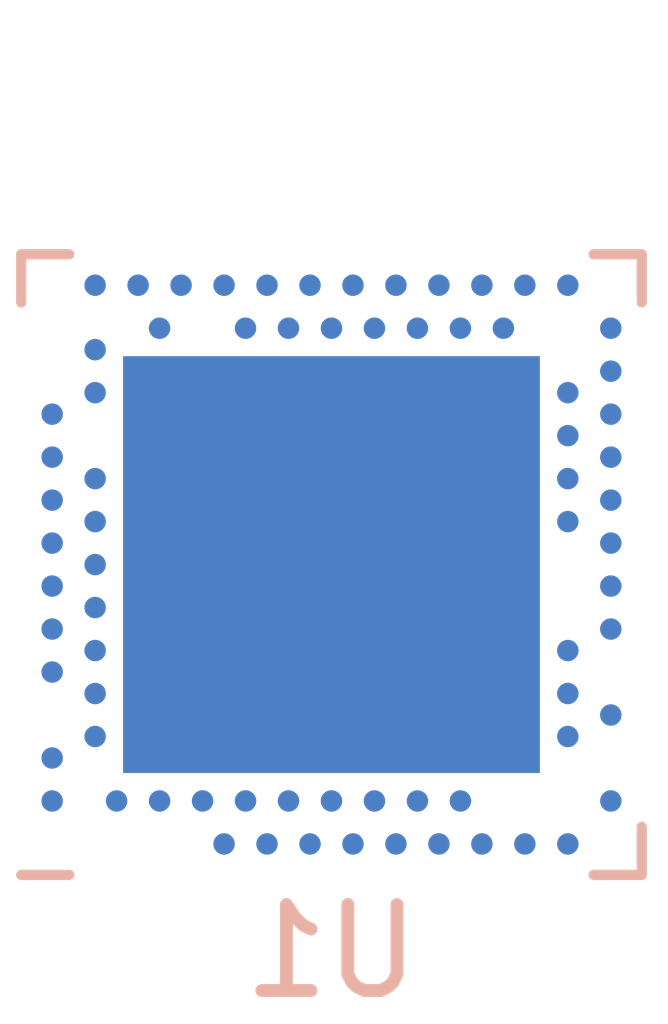
<source format=kicad_pcb>
(kicad_pcb (version 20171130) (host pcbnew "(5.1.10)-1")

  (general
    (thickness 1.6)
    (drawings 0)
    (tracks 0)
    (zones 0)
    (modules 1)
    (nets 70)
  )

  (page A4)
  (layers
    (0 F.Cu signal)
    (31 B.Cu signal)
    (32 B.Adhes user)
    (33 F.Adhes user)
    (34 B.Paste user)
    (35 F.Paste user)
    (36 B.SilkS user)
    (37 F.SilkS user)
    (38 B.Mask user)
    (39 F.Mask user)
    (40 Dwgs.User user)
    (41 Cmts.User user)
    (42 Eco1.User user)
    (43 Eco2.User user)
    (44 Edge.Cuts user)
    (45 Margin user)
    (46 B.CrtYd user)
    (47 F.CrtYd user)
    (48 B.Fab user)
    (49 F.Fab user)
  )

  (setup
    (last_trace_width 0.2)
    (trace_clearance 0.2)
    (zone_clearance 0.508)
    (zone_45_only no)
    (trace_min 0.2)
    (via_size 0.8)
    (via_drill 0.4)
    (via_min_size 0.4)
    (via_min_drill 0.3)
    (uvia_size 0.3)
    (uvia_drill 0.1)
    (uvias_allowed no)
    (uvia_min_size 0.2)
    (uvia_min_drill 0.1)
    (edge_width 0.05)
    (segment_width 0.2)
    (pcb_text_width 0.3)
    (pcb_text_size 1.5 1.5)
    (mod_edge_width 0.12)
    (mod_text_size 1 1)
    (mod_text_width 0.15)
    (pad_size 1.524 1.524)
    (pad_drill 0.762)
    (pad_to_mask_clearance 0)
    (aux_axis_origin 0 0)
    (visible_elements FFFFFF7F)
    (pcbplotparams
      (layerselection 0x010fc_ffffffff)
      (usegerberextensions false)
      (usegerberattributes true)
      (usegerberadvancedattributes true)
      (creategerberjobfile true)
      (excludeedgelayer true)
      (linewidth 0.100000)
      (plotframeref false)
      (viasonmask false)
      (mode 1)
      (useauxorigin false)
      (hpglpennumber 1)
      (hpglpenspeed 20)
      (hpglpendiameter 15.000000)
      (psnegative false)
      (psa4output false)
      (plotreference true)
      (plotvalue true)
      (plotinvisibletext false)
      (padsonsilk false)
      (subtractmaskfromsilk false)
      (outputformat 1)
      (mirror false)
      (drillshape 1)
      (scaleselection 1)
      (outputdirectory ""))
  )

  (net 0 "")
  (net 1 "Net-(U1-PadAC24)")
  (net 2 "Net-(U1-PadAA24)")
  (net 3 "Net-(U1-PadW24)")
  (net 4 "Net-(U1-PadU24)")
  (net 5 "Net-(U1-PadR24)")
  (net 6 "Net-(U1-PadN24)")
  (net 7 "Net-(U1-PadL24)")
  (net 8 "Net-(U1-PadJ24)")
  (net 9 "Net-(U1-PadE24)")
  (net 10 "Net-(U1-PadY23)")
  (net 11 "Net-(U1-PadV23)")
  (net 12 "Net-(U1-PadT23)")
  (net 13 "Net-(U1-PadP23)")
  (net 14 "Net-(U1-PadH23)")
  (net 15 "Net-(U1-PadF23)")
  (net 16 "Net-(U1-PadA23)")
  (net 17 "Net-(U1-PadA22)")
  (net 18 "Net-(U1-PadA20)")
  (net 19 "Net-(U1-PadA18)")
  (net 20 "Net-(U1-PadA16)")
  (net 21 "Net-(U1-PadA14)")
  (net 22 "Net-(U1-PadA12)")
  (net 23 "Net-(U1-PadA10)")
  (net 24 "Net-(U1-PadB19)")
  (net 25 "Net-(U1-PadB17)")
  (net 26 "Net-(U1-PadB15)")
  (net 27 "Net-(U1-PadB13)")
  (net 28 "Net-(U1-PadB11)")
  (net 29 "Net-(U1-PadB9)")
  (net 30 "Net-(U1-PadB7)")
  (net 31 "Net-(U1-PadB5)")
  (net 32 "Net-(U1-PadAC5)")
  (net 33 "Net-(U1-PadAC9)")
  (net 34 "Net-(U1-PadAC11)")
  (net 35 "Net-(U1-PadAC13)")
  (net 36 "Net-(U1-PadAC15)")
  (net 37 "Net-(U1-PadAC17)")
  (net 38 "Net-(U1-PadAC19)")
  (net 39 "Net-(U1-PadAD22)")
  (net 40 "Net-(U1-PadAD20)")
  (net 41 "Net-(U1-PadAD18)")
  (net 42 "Net-(U1-PadAD16)")
  (net 43 "Net-(U1-PadAD12)")
  (net 44 "Net-(U1-PadAD10)")
  (net 45 "Net-(U1-PadAD8)")
  (net 46 "Net-(U1-PadAD6)")
  (net 47 "Net-(U1-PadAD4)")
  (net 48 "Net-(U1-PadD2)")
  (net 49 "Net-(U1-PadC1)")
  (net 50 "Net-(U1-PadF2)")
  (net 51 "Net-(U1-PadH2)")
  (net 52 "Net-(U1-PadK2)")
  (net 53 "Net-(U1-PadM2)")
  (net 54 "Net-(U1-PadP2)")
  (net 55 "Net-(U1-PadT2)")
  (net 56 "Net-(U1-PadG1)")
  (net 57 "Net-(U1-PadJ1)")
  (net 58 "Net-(U1-PadL1)")
  (net 59 "Net-(U1-PadN1)")
  (net 60 "Net-(U1-PadR1)")
  (net 61 "Net-(U1-PadU1)")
  (net 62 "Net-(U1-PadY2)")
  (net 63 "Net-(U1-PadAB2)")
  (net 64 "Net-(U1-PadAD2)")
  (net 65 "Net-(U1-PadAC21)")
  (net 66 "Net-(U1-PadB3)")
  (net 67 "Net-(U1-PadA8)")
  (net 68 "Net-(U1-PadD23)")
  (net 69 "Net-(U1-PadB24)")

  (net_class Default "This is the default net class."
    (clearance 0.2)
    (trace_width 0.2)
    (via_dia 0.8)
    (via_drill 0.4)
    (uvia_dia 0.3)
    (uvia_drill 0.1)
    (add_net "Net-(U1-PadA10)")
    (add_net "Net-(U1-PadA12)")
    (add_net "Net-(U1-PadA14)")
    (add_net "Net-(U1-PadA16)")
    (add_net "Net-(U1-PadA18)")
    (add_net "Net-(U1-PadA20)")
    (add_net "Net-(U1-PadA22)")
    (add_net "Net-(U1-PadA23)")
    (add_net "Net-(U1-PadA8)")
    (add_net "Net-(U1-PadAA24)")
    (add_net "Net-(U1-PadAB2)")
    (add_net "Net-(U1-PadAC11)")
    (add_net "Net-(U1-PadAC13)")
    (add_net "Net-(U1-PadAC15)")
    (add_net "Net-(U1-PadAC17)")
    (add_net "Net-(U1-PadAC19)")
    (add_net "Net-(U1-PadAC21)")
    (add_net "Net-(U1-PadAC24)")
    (add_net "Net-(U1-PadAC5)")
    (add_net "Net-(U1-PadAC9)")
    (add_net "Net-(U1-PadAD10)")
    (add_net "Net-(U1-PadAD12)")
    (add_net "Net-(U1-PadAD16)")
    (add_net "Net-(U1-PadAD18)")
    (add_net "Net-(U1-PadAD2)")
    (add_net "Net-(U1-PadAD20)")
    (add_net "Net-(U1-PadAD22)")
    (add_net "Net-(U1-PadAD4)")
    (add_net "Net-(U1-PadAD6)")
    (add_net "Net-(U1-PadAD8)")
    (add_net "Net-(U1-PadB11)")
    (add_net "Net-(U1-PadB13)")
    (add_net "Net-(U1-PadB15)")
    (add_net "Net-(U1-PadB17)")
    (add_net "Net-(U1-PadB19)")
    (add_net "Net-(U1-PadB24)")
    (add_net "Net-(U1-PadB3)")
    (add_net "Net-(U1-PadB5)")
    (add_net "Net-(U1-PadB7)")
    (add_net "Net-(U1-PadB9)")
    (add_net "Net-(U1-PadC1)")
    (add_net "Net-(U1-PadD2)")
    (add_net "Net-(U1-PadD23)")
    (add_net "Net-(U1-PadE24)")
    (add_net "Net-(U1-PadF2)")
    (add_net "Net-(U1-PadF23)")
    (add_net "Net-(U1-PadG1)")
    (add_net "Net-(U1-PadH2)")
    (add_net "Net-(U1-PadH23)")
    (add_net "Net-(U1-PadJ1)")
    (add_net "Net-(U1-PadJ24)")
    (add_net "Net-(U1-PadK2)")
    (add_net "Net-(U1-PadL1)")
    (add_net "Net-(U1-PadL24)")
    (add_net "Net-(U1-PadM2)")
    (add_net "Net-(U1-PadN1)")
    (add_net "Net-(U1-PadN24)")
    (add_net "Net-(U1-PadP2)")
    (add_net "Net-(U1-PadP23)")
    (add_net "Net-(U1-PadR1)")
    (add_net "Net-(U1-PadR24)")
    (add_net "Net-(U1-PadT2)")
    (add_net "Net-(U1-PadT23)")
    (add_net "Net-(U1-PadU1)")
    (add_net "Net-(U1-PadU24)")
    (add_net "Net-(U1-PadV23)")
    (add_net "Net-(U1-PadW24)")
    (add_net "Net-(U1-PadY2)")
    (add_net "Net-(U1-PadY23)")
  )

  (module Package_DFN_QFN:Nordic_AQFN-73-1EP_7x7mm_P0.5mm (layer B.Cu) (tedit 5A55E2FA) (tstamp 61839675)
    (at 172.72 116.84)
    (descr http://infocenter.nordicsemi.com/index.jsp?topic=%2Fcom.nordic.infocenter.nrf52%2Fdita%2Fnrf52%2Fchips%2Fnrf52840.html)
    (tags "AQFN 7mm ")
    (path /61838D70)
    (attr smd)
    (fp_text reference U1 (at 0 4.5) (layer B.SilkS)
      (effects (font (size 1 1) (thickness 0.15)) (justify mirror))
    )
    (fp_text value nRF52840 (at 0.03 -5.72) (layer B.Fab)
      (effects (font (size 1 1) (thickness 0.15)) (justify mirror))
    )
    (fp_text user %R (at 0 0) (layer B.Fab)
      (effects (font (size 1 1) (thickness 0.15)) (justify mirror))
    )
    (fp_line (start 3.81 3.81) (end 3.81 -3.81) (layer B.CrtYd) (width 0.05))
    (fp_line (start 3.81 -3.81) (end -3.81 -3.81) (layer B.CrtYd) (width 0.05))
    (fp_line (start -3.81 -3.81) (end -3.81 3.81) (layer B.CrtYd) (width 0.05))
    (fp_line (start -3.81 3.81) (end 3.81 3.81) (layer B.CrtYd) (width 0.05))
    (fp_line (start -3.61 3.61) (end -3.05 3.61) (layer B.SilkS) (width 0.12))
    (fp_line (start -3.61 -3.61) (end -3.61 -3.05) (layer B.SilkS) (width 0.12))
    (fp_line (start -3.61 -3.61) (end -3.05 -3.61) (layer B.SilkS) (width 0.12))
    (fp_line (start 3.61 -3.61) (end 3.05 -3.61) (layer B.SilkS) (width 0.12))
    (fp_line (start 3.61 -3.61) (end 3.61 -3.05) (layer B.SilkS) (width 0.12))
    (fp_line (start 3.61 3.61) (end 3.61 3.05) (layer B.SilkS) (width 0.12))
    (fp_line (start 3.61 3.61) (end 3.05 3.61) (layer B.SilkS) (width 0.12))
    (fp_line (start -3.5 3) (end -3 3.5) (layer B.Fab) (width 0.1))
    (fp_line (start 3.5 3.5) (end 3.5 -3.5) (layer B.Fab) (width 0.1))
    (fp_line (start -3.5 -3.5) (end 3.5 -3.5) (layer B.Fab) (width 0.1))
    (fp_line (start -3.5 3) (end -3.5 -3.5) (layer B.Fab) (width 0.1))
    (fp_line (start -3 3.5) (end 3.5 3.5) (layer B.Fab) (width 0.1))
    (pad AC24 smd circle (at 3.25 -2.75 180) (size 0.25 0.25) (layers B.Cu B.Paste B.Mask)
      (net 1 "Net-(U1-PadAC24)"))
    (pad AA24 smd circle (at 3.25 -2.25 180) (size 0.25 0.25) (layers B.Cu B.Paste B.Mask)
      (net 2 "Net-(U1-PadAA24)"))
    (pad W24 smd circle (at 3.25 -1.75 180) (size 0.25 0.25) (layers B.Cu B.Paste B.Mask)
      (net 3 "Net-(U1-PadW24)"))
    (pad U24 smd circle (at 3.25 -1.25 180) (size 0.25 0.25) (layers B.Cu B.Paste B.Mask)
      (net 4 "Net-(U1-PadU24)"))
    (pad R24 smd circle (at 3.25 -0.75 180) (size 0.25 0.25) (layers B.Cu B.Paste B.Mask)
      (net 5 "Net-(U1-PadR24)"))
    (pad N24 smd circle (at 3.25 -0.25 180) (size 0.25 0.25) (layers B.Cu B.Paste B.Mask)
      (net 6 "Net-(U1-PadN24)"))
    (pad L24 smd circle (at 3.25 0.25 180) (size 0.25 0.25) (layers B.Cu B.Paste B.Mask)
      (net 7 "Net-(U1-PadL24)"))
    (pad J24 smd circle (at 3.25 0.75 180) (size 0.25 0.25) (layers B.Cu B.Paste B.Mask)
      (net 8 "Net-(U1-PadJ24)"))
    (pad E24 smd circle (at 3.25 1.75 180) (size 0.25 0.25) (layers B.Cu B.Paste B.Mask)
      (net 9 "Net-(U1-PadE24)"))
    (pad Y23 smd circle (at 2.75 -2 180) (size 0.25 0.25) (layers B.Cu B.Paste B.Mask)
      (net 10 "Net-(U1-PadY23)"))
    (pad V23 smd circle (at 2.75 -1.5 180) (size 0.25 0.25) (layers B.Cu B.Paste B.Mask)
      (net 11 "Net-(U1-PadV23)"))
    (pad T23 smd circle (at 2.75 -1 180) (size 0.25 0.25) (layers B.Cu B.Paste B.Mask)
      (net 12 "Net-(U1-PadT23)"))
    (pad P23 smd circle (at 2.75 -0.5 180) (size 0.25 0.25) (layers B.Cu B.Paste B.Mask)
      (net 13 "Net-(U1-PadP23)"))
    (pad H23 smd circle (at 2.75 1 180) (size 0.25 0.25) (layers B.Cu B.Paste B.Mask)
      (net 14 "Net-(U1-PadH23)"))
    (pad F23 smd circle (at 2.75 1.5 180) (size 0.25 0.25) (layers B.Cu B.Paste B.Mask)
      (net 15 "Net-(U1-PadF23)"))
    (pad A23 smd circle (at 2.75 3.25 180) (size 0.25 0.25) (layers B.Cu B.Paste B.Mask)
      (net 16 "Net-(U1-PadA23)"))
    (pad A22 smd circle (at 2.25 3.25 180) (size 0.25 0.25) (layers B.Cu B.Paste B.Mask)
      (net 17 "Net-(U1-PadA22)"))
    (pad A20 smd circle (at 1.75 3.25 180) (size 0.25 0.25) (layers B.Cu B.Paste B.Mask)
      (net 18 "Net-(U1-PadA20)"))
    (pad A18 smd circle (at 1.25 3.25 180) (size 0.25 0.25) (layers B.Cu B.Paste B.Mask)
      (net 19 "Net-(U1-PadA18)"))
    (pad A16 smd circle (at 0.75 3.25 180) (size 0.25 0.25) (layers B.Cu B.Paste B.Mask)
      (net 20 "Net-(U1-PadA16)"))
    (pad A14 smd circle (at 0.25 3.25 180) (size 0.25 0.25) (layers B.Cu B.Paste B.Mask)
      (net 21 "Net-(U1-PadA14)"))
    (pad A12 smd circle (at -0.25 3.25 180) (size 0.25 0.25) (layers B.Cu B.Paste B.Mask)
      (net 22 "Net-(U1-PadA12)"))
    (pad A10 smd circle (at -0.75 3.25 180) (size 0.25 0.25) (layers B.Cu B.Paste B.Mask)
      (net 23 "Net-(U1-PadA10)"))
    (pad B19 smd circle (at 1.5 2.75 180) (size 0.25 0.25) (layers B.Cu B.Paste B.Mask)
      (net 24 "Net-(U1-PadB19)"))
    (pad B17 smd circle (at 1 2.75 180) (size 0.25 0.25) (layers B.Cu B.Paste B.Mask)
      (net 25 "Net-(U1-PadB17)"))
    (pad B15 smd circle (at 0.5 2.75 180) (size 0.25 0.25) (layers B.Cu B.Paste B.Mask)
      (net 26 "Net-(U1-PadB15)"))
    (pad B13 smd circle (at 0 2.75 180) (size 0.25 0.25) (layers B.Cu B.Paste B.Mask)
      (net 27 "Net-(U1-PadB13)"))
    (pad B11 smd circle (at -0.5 2.75 180) (size 0.25 0.25) (layers B.Cu B.Paste B.Mask)
      (net 28 "Net-(U1-PadB11)"))
    (pad B9 smd circle (at -1 2.75 180) (size 0.25 0.25) (layers B.Cu B.Paste B.Mask)
      (net 29 "Net-(U1-PadB9)"))
    (pad B7 smd circle (at -1.5 2.75 180) (size 0.25 0.25) (layers B.Cu B.Paste B.Mask)
      (net 30 "Net-(U1-PadB7)"))
    (pad B5 smd circle (at -2 2.75 180) (size 0.25 0.25) (layers B.Cu B.Paste B.Mask)
      (net 31 "Net-(U1-PadB5)"))
    (pad AC5 smd circle (at -2 -2.75 180) (size 0.25 0.25) (layers B.Cu B.Paste B.Mask)
      (net 32 "Net-(U1-PadAC5)"))
    (pad AC9 smd circle (at -1 -2.75 180) (size 0.25 0.25) (layers B.Cu B.Paste B.Mask)
      (net 33 "Net-(U1-PadAC9)"))
    (pad AC11 smd circle (at -0.5 -2.75 180) (size 0.25 0.25) (layers B.Cu B.Paste B.Mask)
      (net 34 "Net-(U1-PadAC11)"))
    (pad AC13 smd circle (at 0 -2.75 180) (size 0.25 0.25) (layers B.Cu B.Paste B.Mask)
      (net 35 "Net-(U1-PadAC13)"))
    (pad AC15 smd circle (at 0.5 -2.75 180) (size 0.25 0.25) (layers B.Cu B.Paste B.Mask)
      (net 36 "Net-(U1-PadAC15)"))
    (pad AC17 smd circle (at 1 -2.75 180) (size 0.25 0.25) (layers B.Cu B.Paste B.Mask)
      (net 37 "Net-(U1-PadAC17)"))
    (pad AC19 smd circle (at 1.5 -2.75 180) (size 0.25 0.25) (layers B.Cu B.Paste B.Mask)
      (net 38 "Net-(U1-PadAC19)"))
    (pad AD22 smd circle (at 2.25 -3.25 180) (size 0.25 0.25) (layers B.Cu B.Paste B.Mask)
      (net 39 "Net-(U1-PadAD22)"))
    (pad AD20 smd circle (at 1.75 -3.25 180) (size 0.25 0.25) (layers B.Cu B.Paste B.Mask)
      (net 40 "Net-(U1-PadAD20)"))
    (pad AD18 smd circle (at 1.25 -3.25 180) (size 0.25 0.25) (layers B.Cu B.Paste B.Mask)
      (net 41 "Net-(U1-PadAD18)"))
    (pad AD16 smd circle (at 0.75 -3.25 180) (size 0.25 0.25) (layers B.Cu B.Paste B.Mask)
      (net 42 "Net-(U1-PadAD16)"))
    (pad AD14 smd circle (at 0.25 -3.25 180) (size 0.25 0.25) (layers B.Cu B.Paste B.Mask)
      (net 17 "Net-(U1-PadA22)"))
    (pad AD12 smd circle (at -0.25 -3.25 180) (size 0.25 0.25) (layers B.Cu B.Paste B.Mask)
      (net 43 "Net-(U1-PadAD12)"))
    (pad AD10 smd circle (at -0.75 -3.25 180) (size 0.25 0.25) (layers B.Cu B.Paste B.Mask)
      (net 44 "Net-(U1-PadAD10)"))
    (pad AD8 smd circle (at -1.25 -3.25 180) (size 0.25 0.25) (layers B.Cu B.Paste B.Mask)
      (net 45 "Net-(U1-PadAD8)"))
    (pad AD6 smd circle (at -1.75 -3.25 180) (size 0.25 0.25) (layers B.Cu B.Paste B.Mask)
      (net 46 "Net-(U1-PadAD6)"))
    (pad AD4 smd circle (at -2.25 -3.25 180) (size 0.25 0.25) (layers B.Cu B.Paste B.Mask)
      (net 47 "Net-(U1-PadAD4)"))
    (pad B1 smd circle (at -3.25 2.75 180) (size 0.25 0.25) (layers B.Cu B.Paste B.Mask)
      (net 17 "Net-(U1-PadA22)"))
    (pad D2 smd circle (at -2.75 2 180) (size 0.25 0.25) (layers B.Cu B.Paste B.Mask)
      (net 48 "Net-(U1-PadD2)"))
    (pad C1 smd circle (at -3.25 2.25 180) (size 0.25 0.25) (layers B.Cu B.Paste B.Mask)
      (net 49 "Net-(U1-PadC1)"))
    (pad F2 smd circle (at -2.75 1.5 180) (size 0.25 0.25) (layers B.Cu B.Paste B.Mask)
      (net 50 "Net-(U1-PadF2)"))
    (pad H2 smd circle (at -2.75 1 180) (size 0.25 0.25) (layers B.Cu B.Paste B.Mask)
      (net 51 "Net-(U1-PadH2)"))
    (pad K2 smd circle (at -2.75 0.5 180) (size 0.25 0.25) (layers B.Cu B.Paste B.Mask)
      (net 52 "Net-(U1-PadK2)"))
    (pad M2 smd circle (at -2.75 0 180) (size 0.25 0.25) (layers B.Cu B.Paste B.Mask)
      (net 53 "Net-(U1-PadM2)"))
    (pad P2 smd circle (at -2.75 -0.5 180) (size 0.25 0.25) (layers B.Cu B.Paste B.Mask)
      (net 54 "Net-(U1-PadP2)"))
    (pad T2 smd circle (at -2.75 -1 180) (size 0.25 0.25) (layers B.Cu B.Paste B.Mask)
      (net 55 "Net-(U1-PadT2)"))
    (pad G1 smd circle (at -3.25 1.25 180) (size 0.25 0.25) (layers B.Cu B.Paste B.Mask)
      (net 56 "Net-(U1-PadG1)"))
    (pad J1 smd circle (at -3.25 0.75 180) (size 0.25 0.25) (layers B.Cu B.Paste B.Mask)
      (net 57 "Net-(U1-PadJ1)"))
    (pad L1 smd circle (at -3.25 0.25 180) (size 0.25 0.25) (layers B.Cu B.Paste B.Mask)
      (net 58 "Net-(U1-PadL1)"))
    (pad N1 smd circle (at -3.25 -0.25 180) (size 0.25 0.25) (layers B.Cu B.Paste B.Mask)
      (net 59 "Net-(U1-PadN1)"))
    (pad R1 smd circle (at -3.25 -0.75 180) (size 0.25 0.25) (layers B.Cu B.Paste B.Mask)
      (net 60 "Net-(U1-PadR1)"))
    (pad U1 smd circle (at -3.25 -1.25 180) (size 0.25 0.25) (layers B.Cu B.Paste B.Mask)
      (net 61 "Net-(U1-PadU1)"))
    (pad W1 smd circle (at -3.25 -1.75 180) (size 0.25 0.25) (layers B.Cu B.Paste B.Mask)
      (net 17 "Net-(U1-PadA22)"))
    (pad Y2 smd circle (at -2.75 -2 180) (size 0.25 0.25) (layers B.Cu B.Paste B.Mask)
      (net 62 "Net-(U1-PadY2)"))
    (pad AB2 smd circle (at -2.75 -2.5 180) (size 0.25 0.25) (layers B.Cu B.Paste B.Mask)
      (net 63 "Net-(U1-PadAB2)"))
    (pad AD2 smd circle (at -2.75 -3.25 180) (size 0.25 0.25) (layers B.Cu B.Paste B.Mask)
      (net 64 "Net-(U1-PadAD2)"))
    (pad AD23 smd circle (at 2.75 -3.25 180) (size 0.25 0.25) (layers B.Cu B.Paste B.Mask)
      (net 17 "Net-(U1-PadA22)"))
    (pad AC21 smd circle (at 2 -2.75 180) (size 0.25 0.25) (layers B.Cu B.Paste B.Mask)
      (net 65 "Net-(U1-PadAC21)"))
    (pad B3 smd circle (at -2.5 2.75 180) (size 0.25 0.25) (layers B.Cu B.Paste B.Mask)
      (net 66 "Net-(U1-PadB3)"))
    (pad A8 smd circle (at -1.25 3.25 180) (size 0.25 0.25) (layers B.Cu B.Paste B.Mask)
      (net 67 "Net-(U1-PadA8)"))
    (pad D23 smd circle (at 2.75 2 180) (size 0.25 0.25) (layers B.Cu B.Paste B.Mask)
      (net 68 "Net-(U1-PadD23)"))
    (pad B24 smd circle (at 3.25 2.75 180) (size 0.25 0.25) (layers B.Cu B.Paste B.Mask)
      (net 69 "Net-(U1-PadB24)"))
    (pad EP smd rect (at 0 0 180) (size 4.85 4.85) (layers B.Cu B.Mask)
      (net 30 "Net-(U1-PadB7)"))
    (pad "" smd rect (at -1.2125 1.2125 180) (size 2 2) (layers B.Paste))
    (pad "" smd rect (at 1.2125 1.2125 180) (size 2 2) (layers B.Paste))
    (pad "" smd rect (at -1.2125 -1.2125 180) (size 2 2) (layers B.Paste))
    (pad "" smd rect (at 1.2125 -1.2125 180) (size 2 2) (layers B.Paste))
    (model ${KISYS3DMOD}/Package_DFN_QFN.3dshapes/Nordic_AQFN-73-1EP_7x7mm_P0.5mm.wrl
      (at (xyz 0 0 0))
      (scale (xyz 1 1 1))
      (rotate (xyz 0 0 0))
    )
  )

)

</source>
